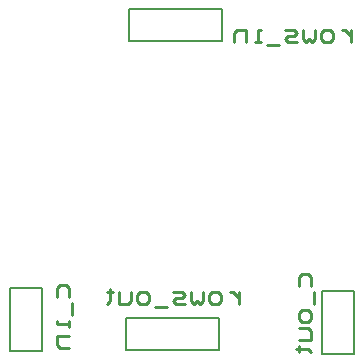
<source format=gbo>
G04*
G04 #@! TF.GenerationSoftware,Altium Limited,Altium Designer,24.1.2 (44)*
G04*
G04 Layer_Color=35253*
%FSLAX44Y44*%
%MOMM*%
G71*
G04*
G04 #@! TF.SameCoordinates,F4167936-B6C4-4533-BD87-858211744F6C*
G04*
G04*
G04 #@! TF.FilePolarity,Positive*
G04*
G01*
G75*
%ADD11C,0.2000*%
%ADD12C,0.2540*%
D11*
X305550Y11200D02*
Y65000D01*
X278650D02*
X305550D01*
X278650Y11200D02*
Y65000D01*
Y11200D02*
X305550D01*
X41390Y13740D02*
Y67540D01*
X14490D02*
X41390D01*
X14490Y13740D02*
Y67540D01*
Y13740D02*
X41390D01*
X194540Y276110D02*
Y303010D01*
X115340Y276110D02*
X194540D01*
X115340D02*
Y303010D01*
X194540D01*
X192000Y14490D02*
Y41390D01*
X112800Y14490D02*
X192000D01*
X112800D02*
Y41390D01*
X192000D01*
D12*
X208262Y63498D02*
Y53342D01*
Y58420D01*
X205723Y60959D01*
X203184Y63498D01*
X200644D01*
X190488Y53342D02*
X185409D01*
X182870Y55881D01*
Y60959D01*
X185409Y63498D01*
X190488D01*
X193027Y60959D01*
Y55881D01*
X190488Y53342D01*
X177792Y63498D02*
Y55881D01*
X175253Y53342D01*
X172713Y55881D01*
X170174Y53342D01*
X167635Y55881D01*
Y63498D01*
X162557Y53342D02*
X154939D01*
X152400Y55881D01*
X154939Y58420D01*
X160018D01*
X162557Y60959D01*
X160018Y63498D01*
X152400D01*
X147322Y50802D02*
X137165D01*
X129547Y53342D02*
X124469D01*
X121930Y55881D01*
Y60959D01*
X124469Y63498D01*
X129547D01*
X132087Y60959D01*
Y55881D01*
X129547Y53342D01*
X116852Y63498D02*
Y55881D01*
X114312Y53342D01*
X106695D01*
Y63498D01*
X99077Y66038D02*
Y63498D01*
X101616D01*
X96538D01*
X99077D01*
Y55881D01*
X96538Y53342D01*
X303514Y285749D02*
Y275592D01*
Y280670D01*
X300975Y283210D01*
X298436Y285749D01*
X295896D01*
X285740Y275592D02*
X280661D01*
X278122Y278131D01*
Y283210D01*
X280661Y285749D01*
X285740D01*
X288279Y283210D01*
Y278131D01*
X285740Y275592D01*
X273044Y285749D02*
Y278131D01*
X270505Y275592D01*
X267966Y278131D01*
X265426Y275592D01*
X262887Y278131D01*
Y285749D01*
X257809Y275592D02*
X250191D01*
X247652Y278131D01*
X250191Y280670D01*
X255270D01*
X257809Y283210D01*
X255270Y285749D01*
X247652D01*
X242574Y273053D02*
X232417D01*
X227339Y275592D02*
X222260D01*
X224799D01*
Y285749D01*
X227339D01*
X214643Y275592D02*
Y285749D01*
X207025D01*
X204486Y283210D01*
Y275592D01*
X259082Y68573D02*
Y76190D01*
X261621Y78729D01*
X266699D01*
X269238Y76190D01*
Y68573D01*
X271777Y63494D02*
Y53337D01*
X269238Y45720D02*
Y40642D01*
X266699Y38102D01*
X261621D01*
X259082Y40642D01*
Y45720D01*
X261621Y48259D01*
X266699D01*
X269238Y45720D01*
X259082Y33024D02*
X266699D01*
X269238Y30485D01*
Y22867D01*
X259082D01*
X256542Y15250D02*
X259082D01*
Y17789D01*
Y12711D01*
Y15250D01*
X266699D01*
X269238Y12711D01*
X54611Y59685D02*
Y67302D01*
X57150Y69841D01*
X62229D01*
X64768Y67302D01*
Y59685D01*
X67307Y54606D02*
Y44450D01*
X64768Y39371D02*
Y34293D01*
Y36832D01*
X54611D01*
Y39371D01*
X64768Y26675D02*
X54611D01*
Y19058D01*
X57150Y16519D01*
X64768D01*
M02*

</source>
